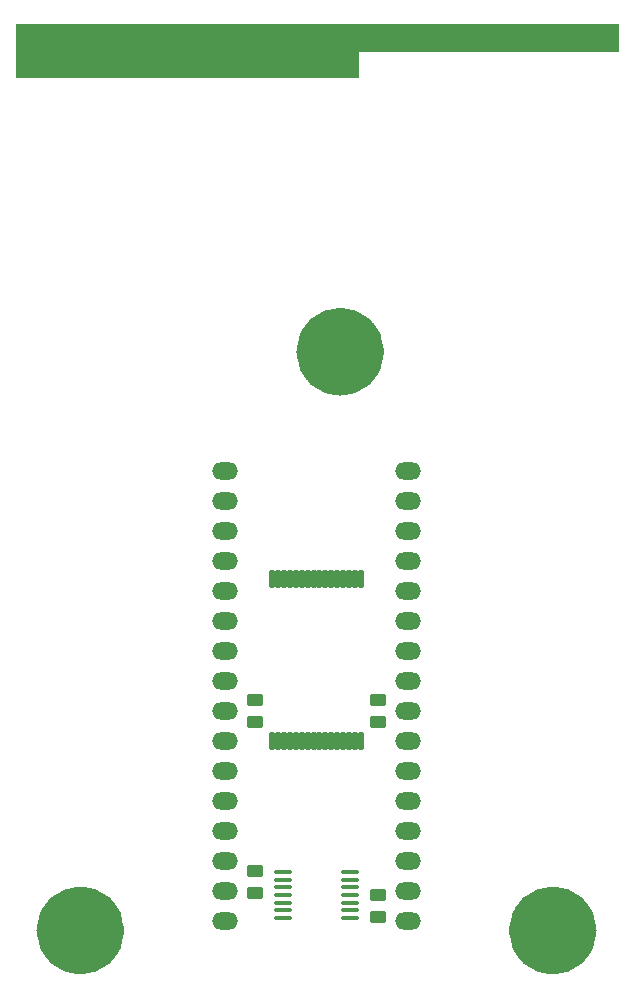
<source format=gbs>
G04 #@! TF.GenerationSoftware,KiCad,Pcbnew,9.0.1*
G04 #@! TF.CreationDate,2025-04-29T10:04:21+02:00*
G04 #@! TF.ProjectId,ProtoHu_revA_layer1,50726f74-6f48-4755-9f72-6576415f6c61,rev?*
G04 #@! TF.SameCoordinates,Original*
G04 #@! TF.FileFunction,Soldermask,Bot*
G04 #@! TF.FilePolarity,Negative*
%FSLAX46Y46*%
G04 Gerber Fmt 4.6, Leading zero omitted, Abs format (unit mm)*
G04 Created by KiCad (PCBNEW 9.0.1) date 2025-04-29 10:04:21*
%MOMM*%
%LPD*%
G01*
G04 APERTURE LIST*
G04 Aperture macros list*
%AMRoundRect*
0 Rectangle with rounded corners*
0 $1 Rounding radius*
0 $2 $3 $4 $5 $6 $7 $8 $9 X,Y pos of 4 corners*
0 Add a 4 corners polygon primitive as box body*
4,1,4,$2,$3,$4,$5,$6,$7,$8,$9,$2,$3,0*
0 Add four circle primitives for the rounded corners*
1,1,$1+$1,$2,$3*
1,1,$1+$1,$4,$5*
1,1,$1+$1,$6,$7*
1,1,$1+$1,$8,$9*
0 Add four rect primitives between the rounded corners*
20,1,$1+$1,$2,$3,$4,$5,0*
20,1,$1+$1,$4,$5,$6,$7,0*
20,1,$1+$1,$6,$7,$8,$9,0*
20,1,$1+$1,$8,$9,$2,$3,0*%
G04 Aperture macros list end*
%ADD10C,3.700000*%
%ADD11C,0.100000*%
%ADD12RoundRect,0.250000X0.450000X-0.262500X0.450000X0.262500X-0.450000X0.262500X-0.450000X-0.262500X0*%
%ADD13RoundRect,0.250000X-0.450000X0.262500X-0.450000X-0.262500X0.450000X-0.262500X0.450000X0.262500X0*%
%ADD14RoundRect,0.101600X0.150000X-0.650000X0.150000X0.650000X-0.150000X0.650000X-0.150000X-0.650000X0*%
%ADD15O,2.203200X1.453200*%
%ADD16RoundRect,0.100000X-0.637500X-0.100000X0.637500X-0.100000X0.637500X0.100000X-0.637500X0.100000X0*%
G04 APERTURE END LIST*
D10*
X130350000Y-140500000D02*
G75*
G02*
X126650000Y-140500000I-1850000J0D01*
G01*
X126650000Y-140500000D02*
G75*
G02*
X130350000Y-140500000I1850000J0D01*
G01*
D11*
X123025800Y-66000000D02*
X152000000Y-66000000D01*
X152000000Y-68275800D01*
X123025800Y-68275800D01*
X123025800Y-66000000D01*
G36*
X123025800Y-66000000D02*
G01*
X152000000Y-66000000D01*
X152000000Y-68275800D01*
X123025800Y-68275800D01*
X123025800Y-66000000D01*
G37*
X123025800Y-63724200D02*
X174000000Y-63724200D01*
X174000000Y-66000000D01*
X123025800Y-66000000D01*
X123025800Y-63724200D01*
G36*
X123025800Y-63724200D02*
G01*
X174000000Y-63724200D01*
X174000000Y-66000000D01*
X123025800Y-66000000D01*
X123025800Y-63724200D01*
G37*
D10*
X152350000Y-91500000D02*
G75*
G02*
X148650000Y-91500000I-1850000J0D01*
G01*
X148650000Y-91500000D02*
G75*
G02*
X152350000Y-91500000I1850000J0D01*
G01*
X170350000Y-140500000D02*
G75*
G02*
X166650000Y-140500000I-1850000J0D01*
G01*
X166650000Y-140500000D02*
G75*
G02*
X170350000Y-140500000I1850000J0D01*
G01*
D12*
X143256000Y-137310500D03*
X143256000Y-135485500D03*
X153670000Y-139342500D03*
X153670000Y-137517500D03*
D13*
X143250000Y-121007500D03*
X143250000Y-122832500D03*
D14*
X152245000Y-124450000D03*
X151745000Y-124450000D03*
X151245000Y-124450000D03*
X150745000Y-124450000D03*
X150245000Y-124450000D03*
X149745000Y-124450000D03*
X149245000Y-124450000D03*
X148745000Y-124450000D03*
X148245000Y-124450000D03*
X147745000Y-124450000D03*
X147245000Y-124450000D03*
X146745000Y-124450000D03*
X146245000Y-124450000D03*
X145745000Y-124450000D03*
X145245000Y-124450000D03*
X144745000Y-124450000D03*
X144745000Y-110750000D03*
X145245000Y-110750000D03*
X145745000Y-110750000D03*
X146245000Y-110750000D03*
X146745000Y-110750000D03*
X147245000Y-110750000D03*
X147745000Y-110750000D03*
X148245000Y-110750000D03*
X148745000Y-110750000D03*
X149245000Y-110750000D03*
X149745000Y-110750000D03*
X150245000Y-110750000D03*
X150745000Y-110750000D03*
X151245000Y-110750000D03*
X151745000Y-110750000D03*
X152245000Y-110750000D03*
D13*
X153732400Y-121007500D03*
X153732400Y-122832500D03*
D15*
X140716000Y-139700000D03*
X140716000Y-137160000D03*
X140716000Y-134620000D03*
X140716000Y-132080000D03*
X140716000Y-129540000D03*
X140716000Y-127000000D03*
X140716000Y-124460000D03*
X140716000Y-121920000D03*
X140716000Y-119380000D03*
X140716000Y-116840000D03*
X140716000Y-114300000D03*
X140716000Y-111760000D03*
X140716000Y-109220000D03*
X140716000Y-106680000D03*
X140716000Y-104140000D03*
X140716000Y-101600000D03*
X156274000Y-101600000D03*
X156274000Y-104140000D03*
X156274000Y-106680000D03*
X156274000Y-109220000D03*
X156274000Y-111760000D03*
X156274000Y-114300000D03*
X156274000Y-116840000D03*
X156274000Y-119380000D03*
X156274000Y-121920000D03*
X156274000Y-124460000D03*
X156274000Y-127000000D03*
X156274000Y-129540000D03*
X156274000Y-132080000D03*
X156274000Y-134620000D03*
X156274000Y-137160000D03*
X156274000Y-139700000D03*
D16*
X145637500Y-139450000D03*
X145637500Y-138800000D03*
X145637500Y-138150000D03*
X145637500Y-137500000D03*
X145637500Y-136850000D03*
X145637500Y-136200000D03*
X145637500Y-135550000D03*
X151362500Y-135550000D03*
X151362500Y-136200000D03*
X151362500Y-136850000D03*
X151362500Y-137500000D03*
X151362500Y-138150000D03*
X151362500Y-138800000D03*
X151362500Y-139450000D03*
M02*

</source>
